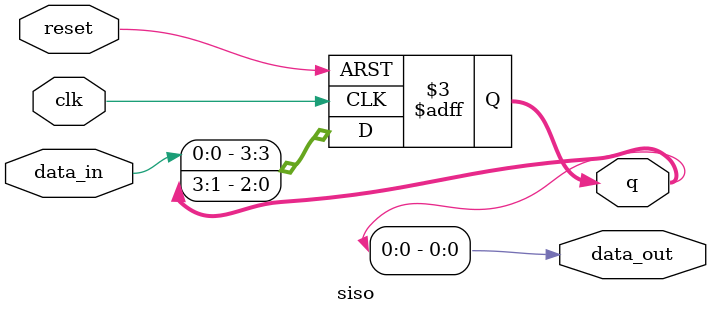
<source format=v>
module siso (clk,reset,data_in,data_out,q);

input clk, reset, data_in;
output data_out;
output reg[3:0]q;

always @(posedge clk or negedge reset) begin
    
    if (!reset) begin
        q <= 4'b0;
    end

    else
        q <= {data_in, q[3:1]};

end

assign data_out = q[0];
    
endmodule
</source>
